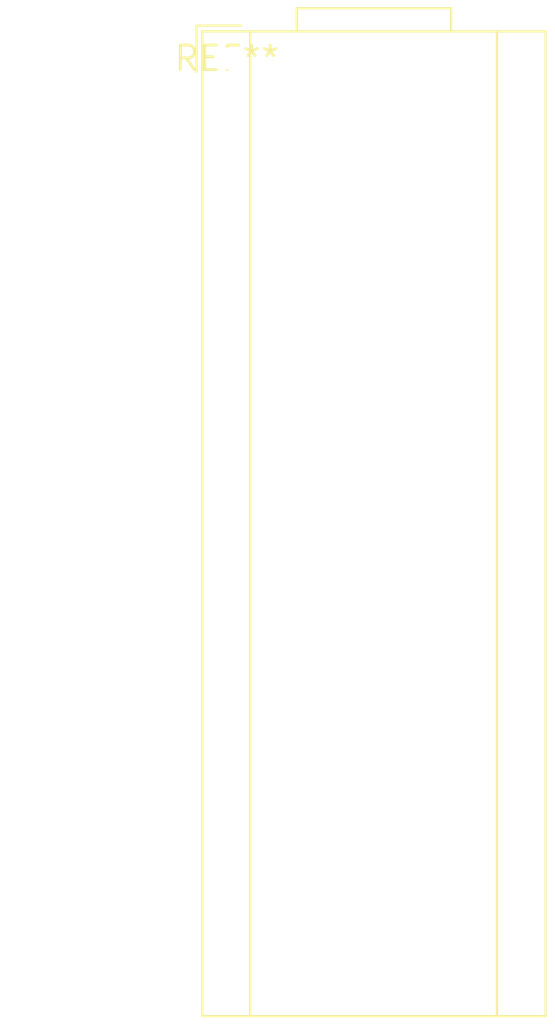
<source format=kicad_pcb>
(kicad_pcb (version 20240108) (generator pcbnew)
  (layers (0 "F.Cu" signal) (31 "B.Cu" signal) (34 "B.Paste" user) (35 "F.Paste" user) (36 "B.SilkS" user "B.Silkscreen") (37 "F.SilkS" user "F.Silkscreen") (38 "B.Mask" user) (39 "F.Mask" user) (44 "Edge.Cuts" user))
  (net 0 "")
  (footprint "Electrosmith_Daisy_Seed" (layer "F.Cu") (at 0 0)
    (property "Reference" "REF**")
    (property "Value" "Electrosmith_Daisy_Seed")
    (fp_line (start -1.58 -1.7) (end -1.58 0.7) (layer "F.SilkS") (stroke (width 0.12)))
    (fp_line (start -1.28 -1.4) (end 16.52 -1.4) (layer "F.SilkS") (stroke (width 0.12)))
    (fp_line (start -1.28 49.6) (end -1.28 -1.4) (layer "F.SilkS") (stroke (width 0.12)))
    (fp_line (start 0.72 -1.7) (end -1.58 -1.7) (layer "F.SilkS") (stroke (width 0.12)))
    (fp_line (start 1.2 -1.4) (end 1.2 49.6) (layer "F.SilkS") (stroke (width 0.12)))
    (fp_line (start 3.62 -2.6) (end 11.62 -2.6) (layer "F.SilkS") (stroke (width 0.12)))
    (fp_line (start 3.62 -1.4) (end 3.62 -2.6) (layer "F.SilkS") (stroke (width 0.12)))
    (fp_line (start 11.62 -2.6) (end 11.62 -1.4) (layer "F.SilkS") (stroke (width 0.12)))
    (fp_line (start 14 -1.4) (end 14 49.6) (layer "F.SilkS") (stroke (width 0.12)))
    (fp_line (start 16.52 -1.4) (end 16.52 49.6) (layer "F.SilkS") (stroke (width 0.12)))
    (fp_line (start 16.52 49.6) (end -1.28 49.6) (layer "F.SilkS") (stroke (width 0.12)))
    (pad "1" thru_hole rect (at 0 0) (size 1.7 1.7) (drill 1.1) (layers *.Cu *.Mask) (remove_unused_layers))
    (pad "2" thru_hole circle (at 0 2.54) (size 1.7 1.7) (drill 1.1) (layers *.Cu *.Mask) (remove_unused_layers))
    (pad "3" thru_hole circle (at 0 5.08) (size 1.7 1.7) (drill 1.1) (layers *.Cu *.Mask) (remove_unused_layers))
    (pad "4" thru_hole circle (at 0 7.62) (size 1.7 1.7) (drill 1.1) (layers *.Cu *.Mask) (remove_unused_layers))
    (pad "5" thru_hole circle (at 0 10.16) (size 1.7 1.7) (drill 1.1) (layers *.Cu *.Mask) (remove_unused_layers))
    (pad "6" thru_hole circle (at 0 12.7) (size 1.7 1.7) (drill 1.1) (layers *.Cu *.Mask) (remove_unused_layers))
    (pad "7" thru_hole circle (at 0 15.24) (size 1.7 1.7) (drill 1.1) (layers *.Cu *.Mask) (remove_unused_layers))
    (pad "8" thru_hole circle (at 0 17.78) (size 1.7 1.7) (drill 1.1) (layers *.Cu *.Mask) (remove_unused_layers))
    (pad "9" thru_hole circle (at 0 20.32) (size 1.7 1.7) (drill 1.1) (layers *.Cu *.Mask) (remove_unused_layers))
    (pad "10" thru_hole circle (at 0 22.86) (size 1.7 1.7) (drill 1.1) (layers *.Cu *.Mask) (remove_unused_layers))
    (pad "11" thru_hole circle (at 0 25.4) (size 1.7 1.7) (drill 1.1) (layers *.Cu *.Mask) (remove_unused_layers))
    (pad "12" thru_hole circle (at 0 27.94) (size 1.7 1.7) (drill 1.1) (layers *.Cu *.Mask) (remove_unused_layers))
    (pad "13" thru_hole circle (at 0 30.48) (size 1.7 1.7) (drill 1.1) (layers *.Cu *.Mask) (remove_unused_layers))
    (pad "14" thru_hole circle (at 0 33.02) (size 1.7 1.7) (drill 1.1) (layers *.Cu *.Mask) (remove_unused_layers))
    (pad "15" thru_hole circle (at 0 35.56) (size 1.7 1.7) (drill 1.1) (layers *.Cu *.Mask) (remove_unused_layers))
    (pad "16" thru_hole circle (at 0 38.1) (size 1.7 1.7) (drill 1.1) (layers *.Cu *.Mask) (remove_unused_layers))
    (pad "17" thru_hole circle (at 0 40.64) (size 1.7 1.7) (drill 1.1) (layers *.Cu *.Mask) (remove_unused_layers))
    (pad "18" thru_hole circle (at 0 43.18) (size 1.7 1.7) (drill 1.1) (layers *.Cu *.Mask) (remove_unused_layers))
    (pad "19" thru_hole circle (at 0 45.72) (size 1.7 1.7) (drill 1.1) (layers *.Cu *.Mask) (remove_unused_layers))
    (pad "20" thru_hole circle (at 0 48.26) (size 1.7 1.7) (drill 1.1) (layers *.Cu *.Mask) (remove_unused_layers))
    (pad "21" thru_hole circle (at 15.24 48.26) (size 1.7 1.7) (drill 1.1) (layers *.Cu *.Mask) (remove_unused_layers))
    (pad "22" thru_hole circle (at 15.24 45.72) (size 1.7 1.7) (drill 1.1) (layers *.Cu *.Mask) (remove_unused_layers))
    (pad "23" thru_hole circle (at 15.24 43.18) (size 1.7 1.7) (drill 1.1) (layers *.Cu *.Mask) (remove_unused_layers))
    (pad "24" thru_hole circle (at 15.24 40.64) (size 1.7 1.7) (drill 1.1) (layers *.Cu *.Mask) (remove_unused_layers))
    (pad "25" thru_hole circle (at 15.24 38.1) (size 1.7 1.7) (drill 1.1) (layers *.Cu *.Mask) (remove_unused_layers))
    (pad "26" thru_hole circle (at 15.24 35.56) (size 1.7 1.7) (drill 1.1) (layers *.Cu *.Mask) (remove_unused_layers))
    (pad "27" thru_hole circle (at 15.24 33.02) (size 1.7 1.7) (drill 1.1) (layers *.Cu *.Mask) (remove_unused_layers))
    (pad "28" thru_hole circle (at 15.24 30.48) (size 1.7 1.7) (drill 1.1) (layers *.Cu *.Mask) (remove_unused_layers))
    (pad "29" thru_hole circle (at 15.24 27.94) (size 1.7 1.7) (drill 1.1) (layers *.Cu *.Mask) (remove_unused_layers))
    (pad "30" thru_hole circle (at 15.24 25.4) (size 1.7 1.7) (drill 1.1) (layers *.Cu *.Mask) (remove_unused_layers))
    (pad "31" thru_hole circle (at 15.24 22.86) (size 1.7 1.7) (drill 1.1) (layers *.Cu *.Mask) (remove_unused_layers))
    (pad "32" thru_hole circle (at 15.24 20.32) (size 1.7 1.7) (drill 1.1) (layers *.Cu *.Mask) (remove_unused_layers))
    (pad "33" thru_hole circle (at 15.24 17.78) (size 1.7 1.7) (drill 1.1) (layers *.Cu *.Mask) (remove_unused_layers))
    (pad "34" thru_hole circle (at 15.24 15.24) (size 1.7 1.7) (drill 1.1) (layers *.Cu *.Mask) (remove_unused_layers))
    (pad "35" thru_hole circle (at 15.24 12.7) (size 1.7 1.7) (drill 1.1) (layers *.Cu *.Mask) (remove_unused_layers))
    (pad "36" thru_hole circle (at 15.24 10.16) (size 1.7 1.7) (drill 1.1) (layers *.Cu *.Mask) (remove_unused_layers))
    (pad "37" thru_hole circle (at 15.24 7.62) (size 1.7 1.7) (drill 1.1) (layers *.Cu *.Mask) (remove_unused_layers))
    (pad "38" thru_hole circle (at 15.24 5.08) (size 1.7 1.7) (drill 1.1) (layers *.Cu *.Mask) (remove_unused_layers))
    (pad "39" thru_hole circle (at 15.24 2.54) (size 1.7 1.7) (drill 1.1) (layers *.Cu *.Mask) (remove_unused_layers))
    (pad "40" thru_hole circle (at 15.24 0) (size 1.7 1.7) (drill 1.1) (layers *.Cu *.Mask) (remove_unused_layers))
  )
)
</source>
